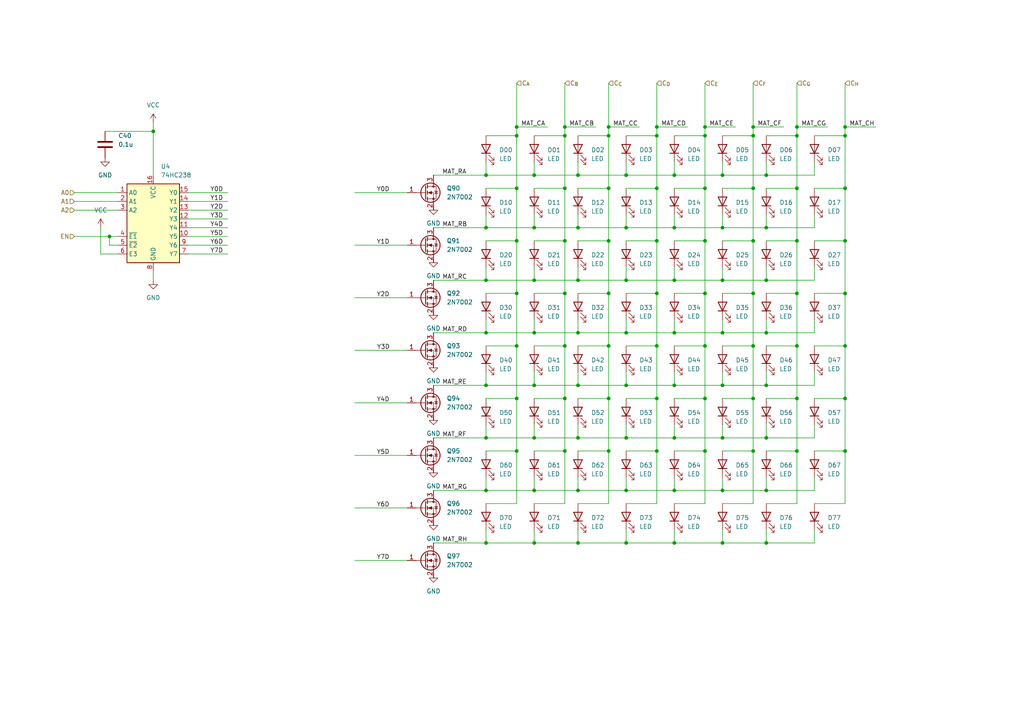
<source format=kicad_sch>
(kicad_sch (version 20231120) (generator "eeschema") (generator_version "8.0")
  (paper "A4")
  (lib_symbols
    (symbol "74xx:74HC238"
      (property "Reference" "U" (at -7.62 13.97 0))
      (property "Value" "74HC238" (at 2.54 -11.43 0))
      (symbol "74HC238_0_1"
        (rectangle (start -7.62 12.7) (end 7.62 -10.16) (stroke (width 0.254)) (fill (type background)))
      )
      (symbol "74HC238_1_1"
        (pin input line (at -10.16 10.16 0) (length 2.54) (name "A0") (number "1"))
        (pin output line (at 10.16 -2.54 180) (length 2.54) (name "Y5") (number "10"))
        (pin output line (at 10.16 0 180) (length 2.54) (name "Y4") (number "11"))
        (pin output line (at 10.16 2.54 180) (length 2.54) (name "Y3") (number "12"))
        (pin output line (at 10.16 5.08 180) (length 2.54) (name "Y2") (number "13"))
        (pin output line (at 10.16 7.62 180) (length 2.54) (name "Y1") (number "14"))
        (pin output line (at 10.16 10.16 180) (length 2.54) (name "Y0") (number "15"))
        (pin power_in line (at 0 15.24 270) (length 2.54) (name "VCC") (number "16"))
        (pin input line (at -10.16 7.62 0) (length 2.54) (name "A1") (number "2"))
        (pin input line (at -10.16 5.08 0) (length 2.54) (name "A2") (number "3"))
        (pin input line (at -10.16 -2.54 0) (length 2.54) (name "~{E1}") (number "4"))
        (pin input line (at -10.16 -5.08 0) (length 2.54) (name "~{E2}") (number "5"))
        (pin input line (at -10.16 -7.62 0) (length 2.54) (name "E3") (number "6"))
        (pin output line (at 10.16 -7.62 180) (length 2.54) (name "Y7") (number "7"))
        (pin power_in line (at 0 -12.7 90) (length 2.54) (name "GND") (number "8"))
        (pin output line (at 10.16 -5.08 180) (length 2.54) (name "Y6") (number "9"))
      )
    )
    (symbol "Device:C" (pin_numbers hide) (pin_names (offset 0.254))
      (property "Reference" "C" (at 0.635 2.54 0))
      (property "Value" "C" (at 0.635 -2.54 0))
      (symbol "C_0_1"
        (polyline (pts (xy -2.032 -0.762) (xy 2.032 -0.762)) (stroke (width 0.508)))
        (polyline (pts (xy -2.032 0.762) (xy 2.032 0.762)) (stroke (width 0.508)))
      )
      (symbol "C_1_1"
        (pin passive line (at 0 3.81 270) (length 2.794) (name "~") (number "1"))
        (pin passive line (at 0 -3.81 90) (length 2.794) (name "~") (number "2"))
      )
    )
    (symbol "Device:LED" (pin_numbers hide) (pin_names (offset 1.016) hide)
      (property "Reference" "D" (at 0 2.54 0))
      (property "Value" "LED" (at 0 -2.54 0))
      (symbol "LED_0_1"
        (polyline (pts (xy -1.27 -1.27) (xy -1.27 1.27)) (stroke (width 0.254)))
        (polyline (pts (xy -1.27 0) (xy 1.27 0)))
        (polyline (pts (xy 1.27 -1.27) (xy 1.27 1.27) (xy -1.27 0) (xy 1.27 -1.27)) (stroke (width 0.254)))
        (polyline (pts (xy -3.048 -0.762) (xy -4.572 -2.286) (xy -3.81 -2.286) (xy -4.572 -2.286) (xy -4.572 -1.524)))
        (polyline (pts (xy -1.778 -0.762) (xy -3.302 -2.286) (xy -2.54 -2.286) (xy -3.302 -2.286) (xy -3.302 -1.524)))
      )
      (symbol "LED_1_1"
        (pin passive line (at -3.81 0 0) (length 2.54) (name "K") (number "1"))
        (pin passive line (at 3.81 0 180) (length 2.54) (name "A") (number "2"))
      )
    )
    (symbol "Transistor_FET:2N7002" (pin_names hide)
      (property "Reference" "Q" (at 5.08 1.905 0))
      (property "Value" "2N7002" (at 5.08 0 0))
      (symbol "2N7002_0_1"
        (polyline (pts (xy 0.254 0) (xy -2.54 0)))
        (polyline (pts (xy 0.254 1.905) (xy 0.254 -1.905)) (stroke (width 0.254)))
        (polyline (pts (xy 0.762 -1.27) (xy 0.762 -2.286)) (stroke (width 0.254)))
        (polyline (pts (xy 0.762 0.508) (xy 0.762 -0.508)) (stroke (width 0.254)))
        (polyline (pts (xy 0.762 2.286) (xy 0.762 1.27)) (stroke (width 0.254)))
        (polyline (pts (xy 2.54 2.54) (xy 2.54 1.778)))
        (polyline (pts (xy 2.54 -2.54) (xy 2.54 0) (xy 0.762 0)))
        (polyline (pts (xy 0.762 -1.778) (xy 3.302 -1.778) (xy 3.302 1.778) (xy 0.762 1.778)))
        (polyline (pts (xy 1.016 0) (xy 2.032 0.381) (xy 2.032 -0.381) (xy 1.016 0)) (fill (type outline)))
        (polyline (pts (xy 2.794 0.508) (xy 2.921 0.381) (xy 3.683 0.381) (xy 3.81 0.254)))
        (polyline (pts (xy 3.302 0.381) (xy 2.921 -0.254) (xy 3.683 -0.254) (xy 3.302 0.381)))
        (circle (center 1.651 0) (radius 2.794) (stroke (width 0.254)))
        (circle (center 2.54 -1.778) (radius 0.254) (fill (type outline)))
        (circle (center 2.54 1.778) (radius 0.254) (fill (type outline)))
      )
      (symbol "2N7002_1_1"
        (pin input line (at -5.08 0 0) (length 2.54) (name "G") (number "1"))
        (pin passive line (at 2.54 -5.08 90) (length 2.54) (name "S") (number "2"))
        (pin passive line (at 2.54 5.08 270) (length 2.54) (name "D") (number "3"))
      )
    )
    (symbol "power:GND" (power) (pin_names (offset 0))
      (property "Value" "GND" (at 0 -3.81 0))
      (symbol "GND_0_1"
        (polyline (pts (xy 0 0) (xy 0 -1.27) (xy 1.27 -1.27) (xy 0 -2.54) (xy -1.27 -1.27) (xy 0 -1.27)))
      )
      (symbol "GND_1_1"
        (pin power_in line (at 0 0 270) (length 0) hide (name "GND") (number "1"))
      )
    )
    (symbol "power:VCC" (power) (pin_names (offset 0))
      (property "Value" "VCC" (at 0 3.81 0))
      (symbol "VCC_0_1"
        (polyline (pts (xy -0.762 1.27) (xy 0 2.54)))
        (polyline (pts (xy 0 0) (xy 0 2.54)))
        (polyline (pts (xy 0 2.54) (xy 0.762 1.27)))
      )
      (symbol "VCC_1_1"
        (pin power_in line (at 0 0 90) (length 0) hide (name "VCC") (number "1"))
      )
    )
  )
  (junction (at 140.97 111.76))
  (junction (at 209.55 142.24))
  (junction (at 190.5 85.09))
  (junction (at 181.61 50.8))
  (junction (at 245.11 54.61))
  (junction (at 181.61 142.24))
  (junction (at 195.58 157.48))
  (junction (at 190.5 115.57))
  (junction (at 218.44 100.33))
  (junction (at 218.44 36.83))
  (junction (at 204.47 115.57))
  (junction (at 231.14 130.81))
  (junction (at 149.86 36.83))
  (junction (at 204.47 130.81))
  (junction (at 190.5 130.81))
  (junction (at 209.55 111.76))
  (junction (at 204.47 54.61))
  (junction (at 176.53 54.61))
  (junction (at 167.64 96.52))
  (junction (at 190.5 54.61))
  (junction (at 245.11 85.09))
  (junction (at 231.14 36.83))
  (junction (at 140.97 157.48))
  (junction (at 176.53 85.09))
  (junction (at 204.47 36.83))
  (junction (at 222.25 66.04))
  (junction (at 176.53 36.83))
  (junction (at 222.25 157.48))
  (junction (at 195.58 50.8))
  (junction (at 163.83 100.33))
  (junction (at 222.25 81.28))
  (junction (at 231.14 39.37))
  (junction (at 163.83 85.09))
  (junction (at 245.11 100.33))
  (junction (at 167.64 127))
  (junction (at 163.83 36.83))
  (junction (at 154.94 66.04))
  (junction (at 154.94 142.24))
  (junction (at 176.53 100.33))
  (junction (at 218.44 115.57))
  (junction (at 140.97 96.52))
  (junction (at 222.25 111.76))
  (junction (at 245.11 115.57))
  (junction (at 140.97 50.8))
  (junction (at 31.75 68.58))
  (junction (at 176.53 39.37))
  (junction (at 163.83 54.61))
  (junction (at 218.44 130.81))
  (junction (at 222.25 96.52))
  (junction (at 163.83 39.37))
  (junction (at 218.44 54.61))
  (junction (at 231.14 69.85))
  (junction (at 149.86 130.81))
  (junction (at 209.55 157.48))
  (junction (at 140.97 66.04))
  (junction (at 204.47 85.09))
  (junction (at 245.11 130.81))
  (junction (at 209.55 81.28))
  (junction (at 163.83 69.85))
  (junction (at 140.97 81.28))
  (junction (at 222.25 142.24))
  (junction (at 176.53 69.85))
  (junction (at 231.14 115.57))
  (junction (at 176.53 130.81))
  (junction (at 195.58 81.28))
  (junction (at 209.55 66.04))
  (junction (at 195.58 127))
  (junction (at 167.64 81.28))
  (junction (at 154.94 157.48))
  (junction (at 218.44 39.37))
  (junction (at 181.61 157.48))
  (junction (at 245.11 36.83))
  (junction (at 154.94 50.8))
  (junction (at 204.47 69.85))
  (junction (at 222.25 50.8))
  (junction (at 154.94 111.76))
  (junction (at 209.55 50.8))
  (junction (at 231.14 54.61))
  (junction (at 149.86 100.33))
  (junction (at 181.61 96.52))
  (junction (at 195.58 66.04))
  (junction (at 154.94 81.28))
  (junction (at 149.86 39.37))
  (junction (at 149.86 69.85))
  (junction (at 154.94 96.52))
  (junction (at 181.61 81.28))
  (junction (at 231.14 100.33))
  (junction (at 190.5 100.33))
  (junction (at 190.5 39.37))
  (junction (at 167.64 111.76))
  (junction (at 195.58 142.24))
  (junction (at 149.86 115.57))
  (junction (at 154.94 127))
  (junction (at 204.47 39.37))
  (junction (at 190.5 36.83))
  (junction (at 149.86 54.61))
  (junction (at 209.55 96.52))
  (junction (at 140.97 142.24))
  (junction (at 218.44 85.09))
  (junction (at 44.45 38.1))
  (junction (at 218.44 69.85))
  (junction (at 195.58 96.52))
  (junction (at 149.86 85.09))
  (junction (at 245.11 69.85))
  (junction (at 190.5 69.85))
  (junction (at 181.61 66.04))
  (junction (at 167.64 142.24))
  (junction (at 245.11 39.37))
  (junction (at 167.64 157.48))
  (junction (at 140.97 127))
  (junction (at 204.47 100.33))
  (junction (at 163.83 115.57))
  (junction (at 231.14 85.09))
  (junction (at 167.64 66.04))
  (junction (at 176.53 115.57))
  (junction (at 163.83 130.81))
  (junction (at 195.58 111.76))
  (junction (at 181.61 111.76))
  (junction (at 181.61 127))
  (junction (at 209.55 127))
  (junction (at 167.64 50.8))
  (junction (at 222.25 127))
  (wire (pts (xy 209.55 50.8) (xy 222.25 50.8)))
  (wire (pts (xy 167.64 115.57) (xy 176.53 115.57)))
  (wire (pts (xy 231.14 36.83) (xy 231.14 39.37)))
  (wire (pts (xy 195.58 157.48) (xy 209.55 157.48)))
  (wire (pts (xy 154.94 81.28) (xy 167.64 81.28)))
  (wire (pts (xy 245.11 54.61) (xy 245.11 69.85)))
  (wire (pts (xy 54.61 60.96) (xy 66.04 60.96)))
  (wire (pts (xy 190.5 100.33) (xy 190.5 115.57)))
  (wire (pts (xy 154.94 92.71) (xy 154.94 96.52)))
  (wire (pts (xy 231.14 130.81) (xy 231.14 146.05)))
  (wire (pts (xy 218.44 24.13) (xy 218.44 36.83)))
  (wire (pts (xy 245.11 146.05) (xy 236.22 146.05)))
  (wire (pts (xy 125.73 66.04) (xy 140.97 66.04)))
  (wire (pts (xy 181.61 39.37) (xy 190.5 39.37)))
  (wire (pts (xy 176.53 36.83) (xy 185.42 36.83)))
  (wire (pts (xy 163.83 39.37) (xy 163.83 54.61)))
  (wire (pts (xy 167.64 142.24) (xy 181.61 142.24)))
  (wire (pts (xy 154.94 138.43) (xy 154.94 142.24)))
  (wire (pts (xy 29.21 73.66) (xy 34.29 73.66)))
  (wire (pts (xy 190.5 36.83) (xy 199.39 36.83)))
  (wire (pts (xy 195.58 50.8) (xy 209.55 50.8)))
  (wire (pts (xy 190.5 54.61) (xy 190.5 69.85)))
  (wire (pts (xy 195.58 115.57) (xy 204.47 115.57)))
  (wire (pts (xy 209.55 157.48) (xy 222.25 157.48)))
  (wire (pts (xy 102.87 116.84) (xy 118.11 116.84)))
  (wire (pts (xy 204.47 69.85) (xy 204.47 85.09)))
  (wire (pts (xy 190.5 69.85) (xy 190.5 85.09)))
  (wire (pts (xy 140.97 81.28) (xy 154.94 81.28)))
  (wire (pts (xy 154.94 142.24) (xy 167.64 142.24)))
  (wire (pts (xy 167.64 153.67) (xy 167.64 157.48)))
  (wire (pts (xy 195.58 107.95) (xy 195.58 111.76)))
  (wire (pts (xy 231.14 24.13) (xy 231.14 36.83)))
  (wire (pts (xy 236.22 115.57) (xy 245.11 115.57)))
  (wire (pts (xy 181.61 130.81) (xy 190.5 130.81)))
  (wire (pts (xy 167.64 66.04) (xy 181.61 66.04)))
  (wire (pts (xy 231.14 100.33) (xy 231.14 115.57)))
  (wire (pts (xy 149.86 115.57) (xy 149.86 130.81)))
  (wire (pts (xy 163.83 115.57) (xy 163.83 130.81)))
  (wire (pts (xy 204.47 36.83) (xy 213.36 36.83)))
  (wire (pts (xy 218.44 115.57) (xy 218.44 130.81)))
  (wire (pts (xy 125.73 74.93) (xy 125.73 76.2)))
  (wire (pts (xy 125.73 50.8) (xy 140.97 50.8)))
  (wire (pts (xy 154.94 123.19) (xy 154.94 127)))
  (wire (pts (xy 195.58 69.85) (xy 204.47 69.85)))
  (wire (pts (xy 245.11 24.13) (xy 245.11 36.83)))
  (wire (pts (xy 102.87 71.12) (xy 118.11 71.12)))
  (wire (pts (xy 222.25 107.95) (xy 222.25 111.76)))
  (wire (pts (xy 218.44 146.05) (xy 209.55 146.05)))
  (wire (pts (xy 209.55 66.04) (xy 222.25 66.04)))
  (wire (pts (xy 181.61 66.04) (xy 195.58 66.04)))
  (wire (pts (xy 236.22 69.85) (xy 245.11 69.85)))
  (wire (pts (xy 140.97 111.76) (xy 154.94 111.76)))
  (wire (pts (xy 149.86 36.83) (xy 158.75 36.83)))
  (wire (pts (xy 154.94 100.33) (xy 163.83 100.33)))
  (wire (pts (xy 222.25 66.04) (xy 236.22 66.04)))
  (wire (pts (xy 236.22 39.37) (xy 245.11 39.37)))
  (wire (pts (xy 209.55 77.47) (xy 209.55 81.28)))
  (wire (pts (xy 245.11 130.81) (xy 245.11 146.05)))
  (wire (pts (xy 231.14 85.09) (xy 231.14 100.33)))
  (wire (pts (xy 236.22 157.48) (xy 236.22 153.67)))
  (wire (pts (xy 181.61 62.23) (xy 181.61 66.04)))
  (wire (pts (xy 222.25 153.67) (xy 222.25 157.48)))
  (wire (pts (xy 195.58 96.52) (xy 209.55 96.52)))
  (wire (pts (xy 209.55 62.23) (xy 209.55 66.04)))
  (wire (pts (xy 195.58 92.71) (xy 195.58 96.52)))
  (wire (pts (xy 102.87 162.56) (xy 118.11 162.56)))
  (wire (pts (xy 125.73 142.24) (xy 140.97 142.24)))
  (wire (pts (xy 31.75 68.58) (xy 31.75 71.12)))
  (wire (pts (xy 154.94 39.37) (xy 163.83 39.37)))
  (wire (pts (xy 102.87 132.08) (xy 118.11 132.08)))
  (wire (pts (xy 167.64 69.85) (xy 176.53 69.85)))
  (wire (pts (xy 222.25 69.85) (xy 231.14 69.85)))
  (wire (pts (xy 154.94 62.23) (xy 154.94 66.04)))
  (wire (pts (xy 30.48 38.1) (xy 44.45 38.1)))
  (wire (pts (xy 167.64 96.52) (xy 181.61 96.52)))
  (wire (pts (xy 195.58 66.04) (xy 209.55 66.04)))
  (wire (pts (xy 163.83 24.13) (xy 163.83 36.83)))
  (wire (pts (xy 245.11 39.37) (xy 245.11 54.61)))
  (wire (pts (xy 204.47 85.09) (xy 204.47 100.33)))
  (wire (pts (xy 245.11 115.57) (xy 245.11 130.81)))
  (wire (pts (xy 167.64 50.8) (xy 181.61 50.8)))
  (wire (pts (xy 218.44 69.85) (xy 218.44 85.09)))
  (wire (pts (xy 154.94 111.76) (xy 167.64 111.76)))
  (wire (pts (xy 140.97 153.67) (xy 140.97 157.48)))
  (wire (pts (xy 54.61 66.04) (xy 66.04 66.04)))
  (wire (pts (xy 44.45 78.74) (xy 44.45 81.28)))
  (wire (pts (xy 29.21 66.04) (xy 29.21 73.66)))
  (wire (pts (xy 176.53 85.09) (xy 176.53 100.33)))
  (wire (pts (xy 140.97 39.37) (xy 149.86 39.37)))
  (wire (pts (xy 209.55 127) (xy 222.25 127)))
  (wire (pts (xy 176.53 146.05) (xy 167.64 146.05)))
  (wire (pts (xy 167.64 54.61) (xy 176.53 54.61)))
  (wire (pts (xy 102.87 86.36) (xy 118.11 86.36)))
  (wire (pts (xy 154.94 96.52) (xy 167.64 96.52)))
  (wire (pts (xy 209.55 54.61) (xy 218.44 54.61)))
  (wire (pts (xy 163.83 54.61) (xy 163.83 69.85)))
  (wire (pts (xy 204.47 36.83) (xy 204.47 39.37)))
  (wire (pts (xy 195.58 100.33) (xy 204.47 100.33)))
  (wire (pts (xy 195.58 81.28) (xy 209.55 81.28)))
  (wire (pts (xy 149.86 54.61) (xy 149.86 69.85)))
  (wire (pts (xy 181.61 157.48) (xy 195.58 157.48)))
  (wire (pts (xy 231.14 146.05) (xy 222.25 146.05)))
  (wire (pts (xy 181.61 54.61) (xy 190.5 54.61)))
  (wire (pts (xy 167.64 123.19) (xy 167.64 127)))
  (wire (pts (xy 54.61 58.42) (xy 66.04 58.42)))
  (wire (pts (xy 209.55 81.28) (xy 222.25 81.28)))
  (wire (pts (xy 167.64 127) (xy 181.61 127)))
  (wire (pts (xy 140.97 77.47) (xy 140.97 81.28)))
  (wire (pts (xy 209.55 100.33) (xy 218.44 100.33)))
  (wire (pts (xy 140.97 100.33) (xy 149.86 100.33)))
  (wire (pts (xy 140.97 138.43) (xy 140.97 142.24)))
  (wire (pts (xy 195.58 130.81) (xy 204.47 130.81)))
  (wire (pts (xy 54.61 71.12) (xy 66.04 71.12)))
  (wire (pts (xy 181.61 115.57) (xy 190.5 115.57)))
  (wire (pts (xy 167.64 85.09) (xy 176.53 85.09)))
  (wire (pts (xy 181.61 69.85) (xy 190.5 69.85)))
  (wire (pts (xy 209.55 153.67) (xy 209.55 157.48)))
  (wire (pts (xy 218.44 39.37) (xy 218.44 54.61)))
  (wire (pts (xy 140.97 62.23) (xy 140.97 66.04)))
  (wire (pts (xy 167.64 81.28) (xy 181.61 81.28)))
  (wire (pts (xy 181.61 77.47) (xy 181.61 81.28)))
  (wire (pts (xy 218.44 130.81) (xy 218.44 146.05)))
  (wire (pts (xy 140.97 107.95) (xy 140.97 111.76)))
  (wire (pts (xy 167.64 46.99) (xy 167.64 50.8)))
  (wire (pts (xy 102.87 55.88) (xy 118.11 55.88)))
  (wire (pts (xy 125.73 127) (xy 140.97 127)))
  (wire (pts (xy 176.53 115.57) (xy 176.53 130.81)))
  (wire (pts (xy 236.22 96.52) (xy 236.22 92.71)))
  (wire (pts (xy 140.97 142.24) (xy 154.94 142.24)))
  (wire (pts (xy 140.97 130.81) (xy 149.86 130.81)))
  (wire (pts (xy 209.55 138.43) (xy 209.55 142.24)))
  (wire (pts (xy 176.53 54.61) (xy 176.53 69.85)))
  (wire (pts (xy 222.25 62.23) (xy 222.25 66.04)))
  (wire (pts (xy 167.64 157.48) (xy 181.61 157.48)))
  (wire (pts (xy 34.29 68.58) (xy 31.75 68.58)))
  (wire (pts (xy 222.25 130.81) (xy 231.14 130.81)))
  (wire (pts (xy 167.64 111.76) (xy 181.61 111.76)))
  (wire (pts (xy 102.87 101.6) (xy 118.11 101.6)))
  (wire (pts (xy 209.55 85.09) (xy 218.44 85.09)))
  (wire (pts (xy 195.58 127) (xy 209.55 127)))
  (wire (pts (xy 163.83 146.05) (xy 154.94 146.05)))
  (wire (pts (xy 149.86 36.83) (xy 149.86 39.37)))
  (wire (pts (xy 140.97 85.09) (xy 149.86 85.09)))
  (wire (pts (xy 204.47 39.37) (xy 204.47 54.61)))
  (wire (pts (xy 222.25 127) (xy 236.22 127)))
  (wire (pts (xy 181.61 92.71) (xy 181.61 96.52)))
  (wire (pts (xy 245.11 36.83) (xy 254 36.83)))
  (wire (pts (xy 167.64 100.33) (xy 176.53 100.33)))
  (wire (pts (xy 163.83 36.83) (xy 163.83 39.37)))
  (wire (pts (xy 222.25 111.76) (xy 236.22 111.76)))
  (wire (pts (xy 222.25 54.61) (xy 231.14 54.61)))
  (wire (pts (xy 209.55 107.95) (xy 209.55 111.76)))
  (wire (pts (xy 222.25 142.24) (xy 236.22 142.24)))
  (wire (pts (xy 154.94 153.67) (xy 154.94 157.48)))
  (wire (pts (xy 209.55 96.52) (xy 222.25 96.52)))
  (wire (pts (xy 195.58 123.19) (xy 195.58 127)))
  (wire (pts (xy 195.58 111.76) (xy 209.55 111.76)))
  (wire (pts (xy 236.22 81.28) (xy 236.22 77.47)))
  (wire (pts (xy 21.59 68.58) (xy 31.75 68.58)))
  (wire (pts (xy 190.5 24.13) (xy 190.5 36.83)))
  (wire (pts (xy 154.94 115.57) (xy 163.83 115.57)))
  (wire (pts (xy 140.97 54.61) (xy 149.86 54.61)))
  (wire (pts (xy 181.61 96.52) (xy 195.58 96.52)))
  (wire (pts (xy 209.55 46.99) (xy 209.55 50.8)))
  (wire (pts (xy 21.59 55.88) (xy 34.29 55.88)))
  (wire (pts (xy 149.86 69.85) (xy 149.86 85.09)))
  (wire (pts (xy 181.61 153.67) (xy 181.61 157.48)))
  (wire (pts (xy 181.61 127) (xy 195.58 127)))
  (wire (pts (xy 236.22 127) (xy 236.22 123.19)))
  (wire (pts (xy 222.25 92.71) (xy 222.25 96.52)))
  (wire (pts (xy 190.5 130.81) (xy 190.5 146.05)))
  (wire (pts (xy 195.58 62.23) (xy 195.58 66.04)))
  (wire (pts (xy 44.45 35.56) (xy 44.45 38.1)))
  (wire (pts (xy 167.64 92.71) (xy 167.64 96.52)))
  (wire (pts (xy 125.73 135.89) (xy 125.73 137.16)))
  (wire (pts (xy 167.64 62.23) (xy 167.64 66.04)))
  (wire (pts (xy 181.61 111.76) (xy 195.58 111.76)))
  (wire (pts (xy 176.53 36.83) (xy 176.53 39.37)))
  (wire (pts (xy 190.5 85.09) (xy 190.5 100.33)))
  (wire (pts (xy 140.97 127) (xy 154.94 127)))
  (wire (pts (xy 140.97 46.99) (xy 140.97 50.8)))
  (wire (pts (xy 21.59 58.42) (xy 34.29 58.42)))
  (wire (pts (xy 181.61 107.95) (xy 181.61 111.76)))
  (wire (pts (xy 222.25 100.33) (xy 231.14 100.33)))
  (wire (pts (xy 218.44 36.83) (xy 218.44 39.37)))
  (wire (pts (xy 236.22 100.33) (xy 245.11 100.33)))
  (wire (pts (xy 167.64 130.81) (xy 176.53 130.81)))
  (wire (pts (xy 125.73 96.52) (xy 140.97 96.52)))
  (wire (pts (xy 154.94 127) (xy 167.64 127)))
  (wire (pts (xy 195.58 39.37) (xy 204.47 39.37)))
  (wire (pts (xy 125.73 59.69) (xy 125.73 60.96)))
  (wire (pts (xy 245.11 100.33) (xy 245.11 115.57)))
  (wire (pts (xy 125.73 81.28) (xy 140.97 81.28)))
  (wire (pts (xy 125.73 120.65) (xy 125.73 121.92)))
  (wire (pts (xy 167.64 39.37) (xy 176.53 39.37)))
  (wire (pts (xy 204.47 146.05) (xy 195.58 146.05)))
  (wire (pts (xy 176.53 130.81) (xy 176.53 146.05)))
  (wire (pts (xy 222.25 123.19) (xy 222.25 127)))
  (wire (pts (xy 163.83 85.09) (xy 163.83 100.33)))
  (wire (pts (xy 154.94 157.48) (xy 167.64 157.48)))
  (wire (pts (xy 222.25 157.48) (xy 236.22 157.48)))
  (wire (pts (xy 163.83 69.85) (xy 163.83 85.09)))
  (wire (pts (xy 190.5 39.37) (xy 190.5 54.61)))
  (wire (pts (xy 167.64 138.43) (xy 167.64 142.24)))
  (wire (pts (xy 231.14 39.37) (xy 231.14 54.61)))
  (wire (pts (xy 209.55 142.24) (xy 222.25 142.24)))
  (wire (pts (xy 54.61 55.88) (xy 66.04 55.88)))
  (wire (pts (xy 54.61 63.5) (xy 66.04 63.5)))
  (wire (pts (xy 140.97 66.04) (xy 154.94 66.04)))
  (wire (pts (xy 195.58 46.99) (xy 195.58 50.8)))
  (wire (pts (xy 204.47 130.81) (xy 204.47 146.05)))
  (wire (pts (xy 181.61 123.19) (xy 181.61 127)))
  (wire (pts (xy 209.55 39.37) (xy 218.44 39.37)))
  (wire (pts (xy 218.44 54.61) (xy 218.44 69.85)))
  (wire (pts (xy 149.86 39.37) (xy 149.86 54.61)))
  (wire (pts (xy 209.55 115.57) (xy 218.44 115.57)))
  (wire (pts (xy 218.44 100.33) (xy 218.44 115.57)))
  (wire (pts (xy 195.58 142.24) (xy 209.55 142.24)))
  (wire (pts (xy 209.55 130.81) (xy 218.44 130.81)))
  (wire (pts (xy 195.58 77.47) (xy 195.58 81.28)))
  (wire (pts (xy 209.55 69.85) (xy 218.44 69.85)))
  (wire (pts (xy 181.61 142.24) (xy 195.58 142.24)))
  (wire (pts (xy 125.73 151.13) (xy 125.73 152.4)))
  (wire (pts (xy 236.22 50.8) (xy 236.22 46.99)))
  (wire (pts (xy 222.25 50.8) (xy 236.22 50.8)))
  (wire (pts (xy 209.55 123.19) (xy 209.55 127)))
  (wire (pts (xy 190.5 115.57) (xy 190.5 130.81)))
  (wire (pts (xy 222.25 138.43) (xy 222.25 142.24)))
  (wire (pts (xy 44.45 38.1) (xy 44.45 50.8)))
  (wire (pts (xy 149.86 100.33) (xy 149.86 115.57)))
  (wire (pts (xy 190.5 146.05) (xy 181.61 146.05)))
  (wire (pts (xy 195.58 153.67) (xy 195.58 157.48)))
  (wire (pts (xy 222.25 81.28) (xy 236.22 81.28)))
  (wire (pts (xy 149.86 130.81) (xy 149.86 146.05)))
  (wire (pts (xy 125.73 157.48) (xy 140.97 157.48)))
  (wire (pts (xy 236.22 142.24) (xy 236.22 138.43)))
  (wire (pts (xy 102.87 147.32) (xy 118.11 147.32)))
  (wire (pts (xy 167.64 107.95) (xy 167.64 111.76)))
  (wire (pts (xy 204.47 24.13) (xy 204.47 36.83)))
  (wire (pts (xy 163.83 100.33) (xy 163.83 115.57)))
  (wire (pts (xy 236.22 111.76) (xy 236.22 107.95)))
  (wire (pts (xy 140.97 96.52) (xy 154.94 96.52)))
  (wire (pts (xy 140.97 50.8) (xy 154.94 50.8)))
  (wire (pts (xy 140.97 115.57) (xy 149.86 115.57)))
  (wire (pts (xy 21.59 60.96) (xy 34.29 60.96)))
  (wire (pts (xy 154.94 107.95) (xy 154.94 111.76)))
  (wire (pts (xy 218.44 36.83) (xy 227.33 36.83)))
  (wire (pts (xy 209.55 92.71) (xy 209.55 96.52)))
  (wire (pts (xy 181.61 50.8) (xy 195.58 50.8)))
  (wire (pts (xy 204.47 54.61) (xy 204.47 69.85)))
  (wire (pts (xy 236.22 85.09) (xy 245.11 85.09)))
  (wire (pts (xy 140.97 69.85) (xy 149.86 69.85)))
  (wire (pts (xy 163.83 36.83) (xy 172.72 36.83)))
  (wire (pts (xy 195.58 85.09) (xy 204.47 85.09)))
  (wire (pts (xy 154.94 54.61) (xy 163.83 54.61)))
  (wire (pts (xy 154.94 50.8) (xy 167.64 50.8)))
  (wire (pts (xy 222.25 96.52) (xy 236.22 96.52)))
  (wire (pts (xy 149.86 85.09) (xy 149.86 100.33)))
  (wire (pts (xy 154.94 130.81) (xy 163.83 130.81)))
  (wire (pts (xy 222.25 85.09) (xy 231.14 85.09)))
  (wire (pts (xy 236.22 66.04) (xy 236.22 62.23)))
  (wire (pts (xy 245.11 69.85) (xy 245.11 85.09)))
  (wire (pts (xy 190.5 36.83) (xy 190.5 39.37)))
  (wire (pts (xy 31.75 71.12) (xy 34.29 71.12)))
  (wire (pts (xy 181.61 138.43) (xy 181.61 142.24)))
  (wire (pts (xy 154.94 69.85) (xy 163.83 69.85)))
  (wire (pts (xy 195.58 54.61) (xy 204.47 54.61)))
  (wire (pts (xy 54.61 68.58) (xy 66.04 68.58)))
  (wire (pts (xy 149.86 146.05) (xy 140.97 146.05)))
  (wire (pts (xy 231.14 36.83) (xy 240.03 36.83)))
  (wire (pts (xy 231.14 54.61) (xy 231.14 69.85)))
  (wire (pts (xy 154.94 77.47) (xy 154.94 81.28)))
  (wire (pts (xy 140.97 157.48) (xy 154.94 157.48)))
  (wire (pts (xy 236.22 54.61) (xy 245.11 54.61)))
  (wire (pts (xy 231.14 115.57) (xy 231.14 130.81)))
  (wire (pts (xy 163.83 130.81) (xy 163.83 146.05)))
  (wire (pts (xy 125.73 90.17) (xy 125.73 91.44)))
  (wire (pts (xy 181.61 100.33) (xy 190.5 100.33)))
  (wire (pts (xy 204.47 100.33) (xy 204.47 115.57)))
  (wire (pts (xy 195.58 138.43) (xy 195.58 142.24)))
  (wire (pts (xy 176.53 24.13) (xy 176.53 36.83)))
  (wire (pts (xy 222.25 46.99) (xy 222.25 50.8)))
  (wire (pts (xy 222.25 77.47) (xy 222.25 81.28)))
  (wire (pts (xy 154.94 46.99) (xy 154.94 50.8)))
  (wire (pts (xy 176.53 39.37) (xy 176.53 54.61)))
  (wire (pts (xy 245.11 36.83) (xy 245.11 39.37)))
  (wire (pts (xy 181.61 85.09) (xy 190.5 85.09)))
  (wire (pts (xy 181.61 46.99) (xy 181.61 50.8)))
  (wire (pts (xy 140.97 123.19) (xy 140.97 127)))
  (wire (pts (xy 167.64 77.47) (xy 167.64 81.28)))
  (wire (pts (xy 125.73 166.37) (xy 125.73 167.64)))
  (wire (pts (xy 176.53 69.85) (xy 176.53 85.09)))
  (wire (pts (xy 204.47 115.57) (xy 204.47 130.81)))
  (wire (pts (xy 176.53 100.33) (xy 176.53 115.57)))
  (wire (pts (xy 154.94 66.04) (xy 167.64 66.04)))
  (wire (pts (xy 54.61 73.66) (xy 66.04 73.66)))
  (wire (pts (xy 149.86 24.13) (xy 149.86 36.83)))
  (wire (pts (xy 222.25 115.57) (xy 231.14 115.57)))
  (wire (pts (xy 181.61 81.28) (xy 195.58 81.28)))
  (wire (pts (xy 125.73 105.41) (xy 125.73 106.68)))
  (wire (pts (xy 140.97 92.71) (xy 140.97 96.52)))
  (wire (pts (xy 231.14 69.85) (xy 231.14 85.09)))
  (wire (pts (xy 154.94 85.09) (xy 163.83 85.09)))
  (wire (pts (xy 209.55 111.76) (xy 222.25 111.76)))
  (wire (pts (xy 218.44 85.09) (xy 218.44 100.33)))
  (wire (pts (xy 236.22 130.81) (xy 245.11 130.81)))
  (wire (pts (xy 222.25 39.37) (xy 231.14 39.37)))
  (wire (pts (xy 245.11 85.09) (xy 245.11 100.33)))
  (wire (pts (xy 125.73 111.76) (xy 140.97 111.76)))
  (label "Y7D" (at 60.96 73.66 0))
  (label "MAT_CG" (at 232.41 36.83 0))
  (label "MAT_RE" (at 128.27 111.76 0))
  (label "Y3D" (at 60.96 63.5 0))
  (label "MAT_RG" (at 128.27 142.24 0))
  (label "MAT_RC" (at 128.27 81.28 0))
  (label "MAT_RH" (at 128.27 157.48 0))
  (label "Y5D" (at 60.96 68.58 0))
  (label "MAT_CF" (at 219.71 36.83 0))
  (label "Y7D" (at 109.22 162.56 0))
  (label "MAT_CH" (at 246.38 36.83 0))
  (label "MAT_RD" (at 128.27 96.52 0))
  (label "Y1D" (at 109.22 71.12 0))
  (label "Y4D" (at 60.96 66.04 0))
  (label "Y2D" (at 60.96 60.96 0))
  (label "MAT_CE" (at 205.74 36.83 0))
  (label "Y5D" (at 109.22 132.08 0))
  (label "Y3D" (at 109.3057 101.6 0))
  (label "Y2D" (at 109.22 86.36 0))
  (label "MAT_RB" (at 128.27 66.04 0))
  (label "Y6D" (at 109.22 147.32 0))
  (label "Y0D" (at 109.22 55.88 0))
  (label "Y1D" (at 60.96 58.42 0))
  (label "MAT_RA" (at 128.27 50.8 0))
  (label "Y0D" (at 60.96 55.88 0))
  (label "MAT_CD" (at 191.77 36.83 0))
  (label "Y6D" (at 60.96 71.12 0))
  (label "MAT_RF" (at 128.27 127 0))
  (label "MAT_CB" (at 165.1 36.83 0))
  (label "Y4D" (at 109.22 116.84 0))
  (label "MAT_CA" (at 151.13 36.83 0))
  (label "MAT_CC" (at 177.8 36.83 0))
  (hierarchical_label "C_{D}" (shape input) (at 190.5 24.13 0))
  (hierarchical_label "EN" (shape input) (at 21.59 68.58 180))
  (hierarchical_label "C_{H}" (shape input) (at 245.11 24.13 0))
  (hierarchical_label "C_{C}" (shape input) (at 176.53 24.13 0))
  (hierarchical_label "A1" (shape input) (at 21.59 58.42 180))
  (hierarchical_label "C_{A}" (shape input) (at 149.86 24.13 0))
  (hierarchical_label "C_{G}" (shape input) (at 231.14 24.13 0))
  (hierarchical_label "C_{B}" (shape input) (at 163.83 24.13 0))
  (hierarchical_label "C_{E}" (shape input) (at 204.47 24.13 0))
  (hierarchical_label "A0" (shape input) (at 21.59 55.88 180))
  (hierarchical_label "A2" (shape input) (at 21.59 60.96 180))
  (hierarchical_label "C_{F}" (shape input) (at 218.44 24.13 0))
  (symbol (lib_id "Device:LED") (at 222.25 149.86 90) (unit 1)
    (property "Reference" "D76" (at 226.06 150.1775 90) (effects (justify right)))
    (property "Value" "LED" (at 226.06 152.7175 90) (effects (justify right)))
    (property "Footprint" "LED_SMD:LED_0402_1005Metric_Pad0.77x0.64mm_HandSolder" (effects (hide yes)))
  )
  (symbol (lib_id "power:GND") (at 125.73 166.37 0) (unit 1)
    (property "Reference" "#PWR019" (effects (hide yes)))
    (property "Value" "GND" (at 125.73 171.45 0))
  )
  (symbol (lib_id "Device:LED") (at 140.97 73.66 90) (unit 1)
    (property "Reference" "D20" (at 144.78 73.9775 90) (effects (justify right)))
    (property "Value" "LED" (at 144.78 76.5175 90) (effects (justify right)))
    (property "Footprint" "LED_SMD:LED_0402_1005Metric_Pad0.77x0.64mm_HandSolder" (effects (hide yes)))
  )
  (symbol (lib_id "Device:LED") (at 167.64 58.42 90) (unit 1)
    (property "Reference" "D12" (at 171.45 58.7375 90) (effects (justify right)))
    (property "Value" "LED" (at 171.45 61.2775 90) (effects (justify right)))
    (property "Footprint" "LED_SMD:LED_0402_1005Metric_Pad0.77x0.64mm_HandSolder" (effects (hide yes)))
  )
  (symbol (lib_id "Device:LED") (at 181.61 73.66 90) (unit 1)
    (property "Reference" "D23" (at 185.42 73.9775 90) (effects (justify right)))
    (property "Value" "LED" (at 185.42 76.5175 90) (effects (justify right)))
    (property "Footprint" "LED_SMD:LED_0402_1005Metric_Pad0.77x0.64mm_HandSolder" (effects (hide yes)))
  )
  (symbol (lib_id "Device:LED") (at 222.25 73.66 90) (unit 1)
    (property "Reference" "D26" (at 226.06 73.9775 90) (effects (justify right)))
    (property "Value" "LED" (at 226.06 76.5175 90) (effects (justify right)))
    (property "Footprint" "LED_SMD:LED_0402_1005Metric_Pad0.77x0.64mm_HandSolder" (effects (hide yes)))
  )
  (symbol (lib_id "Transistor_FET:2N7002") (at 123.19 71.12 0) (unit 1)
    (property "Reference" "Q91" (at 129.54 69.8499 0) (effects (justify left)))
    (property "Value" "2N7002" (at 129.54 72.3899 0) (effects (justify left)))
    (property "Footprint" "Package_TO_SOT_SMD:SOT-23" (effects (hide yes)))
    (property "Datasheet" "https://www.onsemi.com/pub/Collateral/NDS7002A-D.PDF" (effects (hide yes)))
  )
  (symbol (lib_id "Device:LED") (at 140.97 119.38 90) (unit 1)
    (property "Reference" "D50" (at 144.78 119.6975 90) (effects (justify right)))
    (property "Value" "LED" (at 144.78 122.2375 90) (effects (justify right)))
    (property "Footprint" "LED_SMD:LED_0402_1005Metric_Pad0.77x0.64mm_HandSolder" (effects (hide yes)))
  )
  (symbol (lib_id "Device:LED") (at 236.22 43.18 90) (unit 1)
    (property "Reference" "D07" (at 240.03 43.4974 90) (effects (justify right)))
    (property "Value" "LED" (at 240.03 46.0374 90) (effects (justify right)))
    (property "Footprint" "LED_SMD:LED_0402_1005Metric_Pad0.77x0.64mm_HandSolder" (effects (hide yes)))
  )
  (symbol (lib_id "Device:LED") (at 181.61 58.42 90) (unit 1)
    (property "Reference" "D13" (at 185.42 58.7375 90) (effects (justify right)))
    (property "Value" "LED" (at 185.42 61.2775 90) (effects (justify right)))
    (property "Footprint" "LED_SMD:LED_0402_1005Metric_Pad0.77x0.64mm_HandSolder" (effects (hide yes)))
  )
  (symbol (lib_id "Device:C") (at 30.48 41.91 0) (unit 1)
    (property "Reference" "C40" (at 34.29 39.37 0) (effects (justify left)))
    (property "Value" "0.1u" (at 34.29 41.91 0) (effects (justify left)))
    (property "Footprint" "Capacitor_SMD:C_0402_1005Metric_Pad0.74x0.62mm_HandSolder" (effects (hide yes)))
  )
  (symbol (lib_id "Transistor_FET:2N7002") (at 123.19 132.08 0) (unit 1)
    (property "Reference" "Q95" (at 129.54 130.8099 0) (effects (justify left)))
    (property "Value" "2N7002" (at 129.54 133.3499 0) (effects (justify left)))
    (property "Footprint" "Package_TO_SOT_SMD:SOT-23" (effects (hide yes)))
    (property "Datasheet" "https://www.onsemi.com/pub/Collateral/NDS7002A-D.PDF" (effects (hide yes)))
  )
  (symbol (lib_id "power:GND") (at 30.48 45.72 0) (unit 1)
    (property "Reference" "#PWR040" (effects (hide yes)))
    (property "Value" "GND" (at 30.48 50.8 0))
  )
  (symbol (lib_id "Device:LED") (at 209.55 58.42 90) (unit 1)
    (property "Reference" "D15" (at 213.36 58.7375 90) (effects (justify right)))
    (property "Value" "LED" (at 213.36 61.2775 90) (effects (justify right)))
    (property "Footprint" "LED_SMD:LED_0402_1005Metric_Pad0.77x0.64mm_HandSolder" (effects (hide yes)))
  )
  (symbol (lib_id "Device:LED") (at 195.58 134.62 90) (unit 1)
    (property "Reference" "D64" (at 199.39 134.9375 90) (effects (justify right)))
    (property "Value" "LED" (at 199.39 137.4775 90) (effects (justify right)))
    (property "Footprint" "LED_SMD:LED_0402_1005Metric_Pad0.77x0.64mm_HandSolder" (effects (hide yes)))
  )
  (symbol (lib_id "Device:LED") (at 236.22 149.86 90) (unit 1)
    (property "Reference" "D77" (at 240.03 150.1775 90) (effects (justify right)))
    (property "Value" "LED" (at 240.03 152.7175 90) (effects (justify right)))
    (property "Footprint" "LED_SMD:LED_0402_1005Metric_Pad0.77x0.64mm_HandSolder" (effects (hide yes)))
  )
  (symbol (lib_id "Device:LED") (at 209.55 88.9 90) (unit 1)
    (property "Reference" "D35" (at 213.36 89.2175 90) (effects (justify right)))
    (property "Value" "LED" (at 213.36 91.7575 90) (effects (justify right)))
    (property "Footprint" "LED_SMD:LED_0402_1005Metric_Pad0.77x0.64mm_HandSolder" (effects (hide yes)))
  )
  (symbol (lib_id "Device:LED") (at 154.94 88.9 90) (unit 1)
    (property "Reference" "D31" (at 158.75 89.2175 90) (effects (justify right)))
    (property "Value" "LED" (at 158.75 91.7575 90) (effects (justify right)))
    (property "Footprint" "LED_SMD:LED_0402_1005Metric_Pad0.77x0.64mm_HandSolder" (effects (hide yes)))
  )
  (symbol (lib_id "Device:LED") (at 236.22 104.14 90) (unit 1)
    (property "Reference" "D47" (at 240.03 104.4575 90) (effects (justify right)))
    (property "Value" "LED" (at 240.03 106.9975 90) (effects (justify right)))
    (property "Footprint" "LED_SMD:LED_0402_1005Metric_Pad0.77x0.64mm_HandSolder" (effects (hide yes)))
  )
  (symbol (lib_id "Device:LED") (at 140.97 58.42 90) (unit 1)
    (property "Reference" "D10" (at 144.78 58.7375 90) (effects (justify right)))
    (property "Value" "LED" (at 144.78 61.2775 90) (effects (justify right)))
    (property "Footprint" "LED_SMD:LED_0402_1005Metric_Pad0.77x0.64mm_HandSolder" (effects (hide yes)))
  )
  (symbol (lib_id "Device:LED") (at 195.58 104.14 90) (unit 1)
    (property "Reference" "D44" (at 199.39 104.4575 90) (effects (justify right)))
    (property "Value" "LED" (at 199.39 106.9975 90) (effects (justify right)))
    (property "Footprint" "LED_SMD:LED_0402_1005Metric_Pad0.77x0.64mm_HandSolder" (effects (hide yes)))
  )
  (symbol (lib_id "Transistor_FET:2N7002") (at 123.19 116.84 0) (unit 1)
    (property "Reference" "Q94" (at 129.54 115.5699 0) (effects (justify left)))
    (property "Value" "2N7002" (at 129.54 118.1099 0) (effects (justify left)))
    (property "Footprint" "Package_TO_SOT_SMD:SOT-23" (effects (hide yes)))
    (property "Datasheet" "https://www.onsemi.com/pub/Collateral/NDS7002A-D.PDF" (effects (hide yes)))
  )
  (symbol (lib_id "Device:LED") (at 167.64 119.38 90) (unit 1)
    (property "Reference" "D52" (at 171.45 119.6975 90) (effects (justify right)))
    (property "Value" "LED" (at 171.45 122.2375 90) (effects (justify right)))
    (property "Footprint" "LED_SMD:LED_0402_1005Metric_Pad0.77x0.64mm_HandSolder" (effects (hide yes)))
  )
  (symbol (lib_id "Device:LED") (at 140.97 134.62 90) (unit 1)
    (property "Reference" "D60" (at 144.78 134.9375 90) (effects (justify right)))
    (property "Value" "LED" (at 144.78 137.4775 90) (effects (justify right)))
    (property "Footprint" "LED_SMD:LED_0402_1005Metric_Pad0.77x0.64mm_HandSolder" (effects (hide yes)))
  )
  (symbol (lib_id "Device:LED") (at 195.58 88.9 90) (unit 1)
    (property "Reference" "D34" (at 199.39 89.2175 90) (effects (justify right)))
    (property "Value" "LED" (at 199.39 91.7575 90) (effects (justify right)))
    (property "Footprint" "LED_SMD:LED_0402_1005Metric_Pad0.77x0.64mm_HandSolder" (effects (hide yes)))
  )
  (symbol (lib_id "Device:LED") (at 167.64 43.18 90) (unit 1)
    (property "Reference" "D02" (at 171.45 43.4974 90) (effects (justify right)))
    (property "Value" "LED" (at 171.45 46.0374 90) (effects (justify right)))
    (property "Footprint" "LED_SMD:LED_0402_1005Metric_Pad0.77x0.64mm_HandSolder" (effects (hide yes)))
  )
  (symbol (lib_id "Device:LED") (at 222.25 119.38 90) (unit 1)
    (property "Reference" "D56" (at 226.06 119.6975 90) (effects (justify right)))
    (property "Value" "LED" (at 226.06 122.2375 90) (effects (justify right)))
    (property "Footprint" "LED_SMD:LED_0402_1005Metric_Pad0.77x0.64mm_HandSolder" (effects (hide yes)))
  )
  (symbol (lib_id "Transistor_FET:2N7002") (at 123.19 147.32 0) (unit 1)
    (property "Reference" "Q96" (at 129.54 146.0499 0) (effects (justify left)))
    (property "Value" "2N7002" (at 129.54 148.5899 0) (effects (justify left)))
    (property "Footprint" "Package_TO_SOT_SMD:SOT-23" (effects (hide yes)))
    (property "Datasheet" "https://www.onsemi.com/pub/Collateral/NDS7002A-D.PDF" (effects (hide yes)))
  )
  (symbol (lib_id "Device:LED") (at 181.61 134.62 90) (unit 1)
    (property "Reference" "D63" (at 185.42 134.9375 90) (effects (justify right)))
    (property "Value" "LED" (at 185.42 137.4775 90) (effects (justify right)))
    (property "Footprint" "LED_SMD:LED_0402_1005Metric_Pad0.77x0.64mm_HandSolder" (effects (hide yes)))
  )
  (symbol (lib_id "Transistor_FET:2N7002") (at 123.19 55.88 0) (unit 1)
    (property "Reference" "Q90" (at 129.54 54.6099 0) (effects (justify left)))
    (property "Value" "2N7002" (at 129.54 57.1499 0) (effects (justify left)))
    (property "Footprint" "Package_TO_SOT_SMD:SOT-23" (effects (hide yes)))
    (property "Datasheet" "https://www.onsemi.com/pub/Collateral/NDS7002A-D.PDF" (effects (hide yes)))
  )
  (symbol (lib_id "Device:LED") (at 209.55 104.14 90) (unit 1)
    (property "Reference" "D45" (at 213.36 104.4575 90) (effects (justify right)))
    (property "Value" "LED" (at 213.36 106.9975 90) (effects (justify right)))
    (property "Footprint" "LED_SMD:LED_0402_1005Metric_Pad0.77x0.64mm_HandSolder" (effects (hide yes)))
  )
  (symbol (lib_id "Device:LED") (at 154.94 149.86 90) (unit 1)
    (property "Reference" "D71" (at 158.75 150.1775 90) (effects (justify right)))
    (property "Value" "LED" (at 158.75 152.7175 90) (effects (justify right)))
    (property "Footprint" "LED_SMD:LED_0402_1005Metric_Pad0.77x0.64mm_HandSolder" (effects (hide yes)))
  )
  (symbol (lib_id "Transistor_FET:2N7002") (at 123.19 86.36 0) (unit 1)
    (property "Reference" "Q92" (at 129.54 85.0899 0) (effects (justify left)))
    (property "Value" "2N7002" (at 129.54 87.6299 0) (effects (justify left)))
    (property "Footprint" "Package_TO_SOT_SMD:SOT-23" (effects (hide yes)))
    (property "Datasheet" "https://www.onsemi.com/pub/Collateral/NDS7002A-D.PDF" (effects (hide yes)))
  )
  (symbol (lib_id "Device:LED") (at 236.22 88.9 90) (unit 1)
    (property "Reference" "D37" (at 240.03 89.2175 90) (effects (justify right)))
    (property "Value" "LED" (at 240.03 91.7575 90) (effects (justify right)))
    (property "Footprint" "LED_SMD:LED_0402_1005Metric_Pad0.77x0.64mm_HandSolder" (effects (hide yes)))
  )
  (symbol (lib_id "Device:LED") (at 222.25 43.18 90) (unit 1)
    (property "Reference" "D06" (at 226.06 43.4974 90) (effects (justify right)))
    (property "Value" "LED" (at 226.06 46.0374 90) (effects (justify right)))
    (property "Footprint" "LED_SMD:LED_0402_1005Metric_Pad0.77x0.64mm_HandSolder" (effects (hide yes)))
  )
  (symbol (lib_id "Device:LED") (at 222.25 58.42 90) (unit 1)
    (property "Reference" "D16" (at 226.06 58.7375 90) (effects (justify right)))
    (property "Value" "LED" (at 226.06 61.2775 90) (effects (justify right)))
    (property "Footprint" "LED_SMD:LED_0402_1005Metric_Pad0.77x0.64mm_HandSolder" (effects (hide yes)))
  )
  (symbol (lib_id "Device:LED") (at 154.94 58.42 90) (unit 1)
    (property "Reference" "D11" (at 158.75 58.7375 90) (effects (justify right)))
    (property "Value" "LED" (at 158.75 61.2775 90) (effects (justify right)))
    (property "Footprint" "LED_SMD:LED_0402_1005Metric_Pad0.77x0.64mm_HandSolder" (effects (hide yes)))
  )
  (symbol (lib_id "Device:LED") (at 209.55 43.18 90) (unit 1)
    (property "Reference" "D05" (at 213.36 43.4974 90) (effects (justify right)))
    (property "Value" "LED" (at 213.36 46.0374 90) (effects (justify right)))
    (property "Footprint" "LED_SMD:LED_0402_1005Metric_Pad0.77x0.64mm_HandSolder" (effects (hide yes)))
  )
  (symbol (lib_id "Device:LED") (at 181.61 43.18 90) (unit 1)
    (property "Reference" "D03" (at 185.42 43.4974 90) (effects (justify right)))
    (property "Value" "LED" (at 185.42 46.0374 90) (effects (justify right)))
    (property "Footprint" "LED_SMD:LED_0402_1005Metric_Pad0.77x0.64mm_HandSolder" (effects (hide yes)))
  )
  (symbol (lib_id "Device:LED") (at 209.55 73.66 90) (unit 1)
    (property "Reference" "D25" (at 213.36 73.9775 90) (effects (justify right)))
    (property "Value" "LED" (at 213.36 76.5175 90) (effects (justify right)))
    (property "Footprint" "LED_SMD:LED_0402_1005Metric_Pad0.77x0.64mm_HandSolder" (effects (hide yes)))
  )
  (symbol (lib_id "Device:LED") (at 236.22 58.42 90) (unit 1)
    (property "Reference" "D17" (at 240.03 58.7375 90) (effects (justify right)))
    (property "Value" "LED" (at 240.03 61.2775 90) (effects (justify right)))
    (property "Footprint" "LED_SMD:LED_0402_1005Metric_Pad0.77x0.64mm_HandSolder" (effects (hide yes)))
  )
  (symbol (lib_id "Device:LED") (at 154.94 43.18 90) (unit 1)
    (property "Reference" "D01" (at 158.75 43.4974 90) (effects (justify right)))
    (property "Value" "LED" (at 158.75 46.0374 90) (effects (justify right)))
    (property "Footprint" "LED_SMD:LED_0402_1005Metric_Pad0.77x0.64mm_HandSolder" (effects (hide yes)))
  )
  (symbol (lib_id "power:GND") (at 125.73 105.41 0) (unit 1)
    (property "Reference" "#PWR015" (effects (hide yes)))
    (property "Value" "GND" (at 125.73 110.49 0))
  )
  (symbol (lib_id "Device:LED") (at 154.94 119.38 90) (unit 1)
    (property "Reference" "D51" (at 158.75 119.6975 90) (effects (justify right)))
    (property "Value" "LED" (at 158.75 122.2375 90) (effects (justify right)))
    (property "Footprint" "LED_SMD:LED_0402_1005Metric_Pad0.77x0.64mm_HandSolder" (effects (hide yes)))
  )
  (symbol (lib_id "Device:LED") (at 181.61 88.9 90) (unit 1)
    (property "Reference" "D33" (at 185.42 89.2175 90) (effects (justify right)))
    (property "Value" "LED" (at 185.42 91.7575 90) (effects (justify right)))
    (property "Footprint" "LED_SMD:LED_0402_1005Metric_Pad0.77x0.64mm_HandSolder" (effects (hide yes)))
  )
  (symbol (lib_id "power:GND") (at 125.73 151.13 0) (unit 1)
    (property "Reference" "#PWR018" (effects (hide yes)))
    (property "Value" "GND" (at 125.73 156.21 0))
  )
  (symbol (lib_id "Device:LED") (at 167.64 88.9 90) (unit 1)
    (property "Reference" "D32" (at 171.45 89.2175 90) (effects (justify right)))
    (property "Value" "LED" (at 171.45 91.7575 90) (effects (justify right)))
    (property "Footprint" "LED_SMD:LED_0402_1005Metric_Pad0.77x0.64mm_HandSolder" (effects (hide yes)))
  )
  (symbol (lib_id "Device:LED") (at 154.94 73.66 90) (unit 1)
    (property "Reference" "D21" (at 158.75 73.9775 90) (effects (justify right)))
    (property "Value" "LED" (at 158.75 76.5175 90) (effects (justify right)))
    (property "Footprint" "LED_SMD:LED_0402_1005Metric_Pad0.77x0.64mm_HandSolder" (effects (hide yes)))
  )
  (symbol (lib_id "74xx:74HC238") (at 44.45 66.04 0) (unit 1)
    (property "Reference" "U4" (at 46.6441 48.26 0) (effects (justify left)))
    (property "Value" "74HC238" (at 46.6441 50.8 0) (effects (justify left)))
    (property "Footprint" "Package_SO:SOP-16_3.9x9.9mm_P1.27mm" (effects (hide yes)))
    (property "Datasheet" "https://www.ti.com/lit/ds/symlink/cd74hc238.pdf" (effects (hide yes)))
  )
  (symbol (lib_id "power:VCC") (at 44.45 35.56 0) (unit 1)
    (property "Reference" "#PWR0109" (effects (hide yes)))
    (property "Value" "VCC" (at 44.45 30.48 0))
  )
  (symbol (lib_id "Device:LED") (at 167.64 73.66 90) (unit 1)
    (property "Reference" "D22" (at 171.45 73.9775 90) (effects (justify right)))
    (property "Value" "LED" (at 171.45 76.5175 90) (effects (justify right)))
    (property "Footprint" "LED_SMD:LED_0402_1005Metric_Pad0.77x0.64mm_HandSolder" (effects (hide yes)))
  )
  (symbol (lib_id "power:GND") (at 125.73 74.93 0) (unit 1)
    (property "Reference" "#PWR013" (effects (hide yes)))
    (property "Value" "GND" (at 125.73 80.01 0))
  )
  (symbol (lib_id "Device:LED") (at 236.22 119.38 90) (unit 1)
    (property "Reference" "D57" (at 240.03 119.6975 90) (effects (justify right)))
    (property "Value" "LED" (at 240.03 122.2375 90) (effects (justify right)))
    (property "Footprint" "LED_SMD:LED_0402_1005Metric_Pad0.77x0.64mm_HandSolder" (effects (hide yes)))
  )
  (symbol (lib_id "power:GND") (at 44.45 81.28 0) (unit 1)
    (property "Reference" "#PWR03" (effects (hide yes)))
    (property "Value" "GND" (at 44.45 86.36 0))
  )
  (symbol (lib_id "power:GND") (at 125.73 59.69 0) (unit 1)
    (property "Reference" "#PWR012" (effects (hide yes)))
    (property "Value" "GND" (at 125.73 64.77 0))
  )
  (symbol (lib_id "Device:LED") (at 167.64 104.14 90) (unit 1)
    (property "Reference" "D42" (at 171.45 104.4575 90) (effects (justify right)))
    (property "Value" "LED" (at 171.45 106.9975 90) (effects (justify right)))
    (property "Footprint" "LED_SMD:LED_0402_1005Metric_Pad0.77x0.64mm_HandSolder" (effects (hide yes)))
  )
  (symbol (lib_id "Transistor_FET:2N7002") (at 123.19 101.6 0) (unit 1)
    (property "Reference" "Q93" (at 129.54 100.3299 0) (effects (justify left)))
    (property "Value" "2N7002" (at 129.54 102.8699 0) (effects (justify left)))
    (property "Footprint" "Package_TO_SOT_SMD:SOT-23" (effects (hide yes)))
    (property "Datasheet" "https://www.onsemi.com/pub/Collateral/NDS7002A-D.PDF" (effects (hide yes)))
  )
  (symbol (lib_id "Device:LED") (at 209.55 149.86 90) (unit 1)
    (property "Reference" "D75" (at 213.36 150.1775 90) (effects (justify right)))
    (property "Value" "LED" (at 213.36 152.7175 90) (effects (justify right)))
    (property "Footprint" "LED_SMD:LED_0402_1005Metric_Pad0.77x0.64mm_HandSolder" (effects (hide yes)))
  )
  (symbol (lib_id "power:GND") (at 125.73 135.89 0) (unit 1)
    (property "Reference" "#PWR017" (effects (hide yes)))
    (property "Value" "GND" (at 125.73 140.97 0))
  )
  (symbol (lib_id "Device:LED") (at 195.58 119.38 90) (unit 1)
    (property "Reference" "D54" (at 199.39 119.6975 90) (effects (justify right)))
    (property "Value" "LED" (at 199.39 122.2375 90) (effects (justify right)))
    (property "Footprint" "LED_SMD:LED_0402_1005Metric_Pad0.77x0.64mm_HandSolder" (effects (hide yes)))
  )
  (symbol (lib_id "Device:LED") (at 209.55 134.62 90) (unit 1)
    (property "Reference" "D65" (at 213.36 134.9375 90) (effects (justify right)))
    (property "Value" "LED" (at 213.36 137.4775 90) (effects (justify right)))
    (property "Footprint" "LED_SMD:LED_0402_1005Metric_Pad0.77x0.64mm_HandSolder" (effects (hide yes)))
  )
  (symbol (lib_id "Device:LED") (at 222.25 104.14 90) (unit 1)
    (property "Reference" "D46" (at 226.06 104.4575 90) (effects (justify right)))
    (property "Value" "LED" (at 226.06 106.9975 90) (effects (justify right)))
    (property "Footprint" "LED_SMD:LED_0402_1005Metric_Pad0.77x0.64mm_HandSolder" (effects (hide yes)))
  )
  (symbol (lib_id "Device:LED") (at 154.94 104.14 90) (unit 1)
    (property "Reference" "D41" (at 158.75 104.4575 90) (effects (justify right)))
    (property "Value" "LED" (at 158.75 106.9975 90) (effects (justify right)))
    (property "Footprint" "LED_SMD:LED_0402_1005Metric_Pad0.77x0.64mm_HandSolder" (effects (hide yes)))
  )
  (symbol (lib_id "Device:LED") (at 195.58 73.66 90) (unit 1)
    (property "Reference" "D24" (at 199.39 73.9775 90) (effects (justify right)))
    (property "Value" "LED" (at 199.39 76.5175 90) (effects (justify right)))
    (property "Footprint" "LED_SMD:LED_0402_1005Metric_Pad0.77x0.64mm_HandSolder" (effects (hide yes)))
  )
  (symbol (lib_id "Device:LED") (at 181.61 149.86 90) (unit 1)
    (property "Reference" "D73" (at 185.42 150.1775 90) (effects (justify right)))
    (property "Value" "LED" (at 185.42 152.7175 90) (effects (justify right)))
    (property "Footprint" "LED_SMD:LED_0402_1005Metric_Pad0.77x0.64mm_HandSolder" (effects (hide yes)))
  )
  (symbol (lib_id "Device:LED") (at 222.25 134.62 90) (unit 1)
    (property "Reference" "D66" (at 226.06 134.9375 90) (effects (justify right)))
    (property "Value" "LED" (at 226.06 137.4775 90) (effects (justify right)))
    (property "Footprint" "LED_SMD:LED_0402_1005Metric_Pad0.77x0.64mm_HandSolder" (effects (hide yes)))
  )
  (symbol (lib_id "Device:LED") (at 140.97 43.18 90) (unit 1)
    (property "Reference" "D00" (at 144.78 43.4974 90) (effects (justify right)))
    (property "Value" "LED" (at 144.78 46.0374 90) (effects (justify right)))
    (property "Footprint" "LED_SMD:LED_0402_1005Metric_Pad0.77x0.64mm_HandSolder" (effects (hide yes)))
  )
  (symbol (lib_id "Device:LED") (at 167.64 134.62 90) (unit 1)
    (property "Reference" "D62" (at 171.45 134.9375 90) (effects (justify right)))
    (property "Value" "LED" (at 171.45 137.4775 90) (effects (justify right)))
    (property "Footprint" "LED_SMD:LED_0402_1005Metric_Pad0.77x0.64mm_HandSolder" (effects (hide yes)))
  )
  (symbol (lib_id "Device:LED") (at 167.64 149.86 90) (unit 1)
    (property "Reference" "D72" (at 171.45 150.1775 90) (effects (justify right)))
    (property "Value" "LED" (at 171.45 152.7175 90) (effects (justify right)))
    (property "Footprint" "LED_SMD:LED_0402_1005Metric_Pad0.77x0.64mm_HandSolder" (effects (hide yes)))
  )
  (symbol (lib_id "Device:LED") (at 140.97 149.86 90) (unit 1)
    (property "Reference" "D70" (at 144.78 150.1775 90) (effects (justify right)))
    (property "Value" "LED" (at 144.78 152.7175 90) (effects (justify right)))
    (property "Footprint" "LED_SMD:LED_0402_1005Metric_Pad0.77x0.64mm_HandSolder" (effects (hide yes)))
  )
  (symbol (lib_id "Device:LED") (at 236.22 134.62 90) (unit 1)
    (property "Reference" "D67" (at 240.03 134.9375 90) (effects (justify right)))
    (property "Value" "LED" (at 240.03 137.4775 90) (effects (justify right)))
    (property "Footprint" "LED_SMD:LED_0402_1005Metric_Pad0.77x0.64mm_HandSolder" (effects (hide yes)))
  )
  (symbol (lib_id "power:GND") (at 125.73 90.17 0) (unit 1)
    (property "Reference" "#PWR014" (effects (hide yes)))
    (property "Value" "GND" (at 125.73 95.25 0))
  )
  (symbol (lib_id "Device:LED") (at 154.94 134.62 90) (unit 1)
    (property "Reference" "D61" (at 158.75 134.9375 90) (effects (justify right)))
    (property "Value" "LED" (at 158.75 137.4775 90) (effects (justify right)))
    (property "Footprint" "LED_SMD:LED_0402_1005Metric_Pad0.77x0.64mm_HandSolder" (effects (hide yes)))
  )
  (symbol (lib_id "Device:LED") (at 140.97 104.14 90) (unit 1)
    (property "Reference" "D40" (at 144.78 104.4575 90) (effects (justify right)))
    (property "Value" "LED" (at 144.78 106.9975 90) (effects (justify right)))
    (property "Footprint" "LED_SMD:LED_0402_1005Metric_Pad0.77x0.64mm_HandSolder" (effects (hide yes)))
  )
  (symbol (lib_id "Device:LED") (at 236.22 73.66 90) (unit 1)
    (property "Reference" "D27" (at 240.03 73.9775 90) (effects (justify right)))
    (property "Value" "LED" (at 240.03 76.5175 90) (effects (justify right)))
    (property "Footprint" "LED_SMD:LED_0402_1005Metric_Pad0.77x0.64mm_HandSolder" (effects (hide yes)))
  )
  (symbol (lib_id "Device:LED") (at 195.58 43.18 90) (unit 1)
    (property "Reference" "D04" (at 199.39 43.4974 90) (effects (justify right)))
    (property "Value" "LED" (at 199.39 46.0374 90) (effects (justify right)))
    (property "Footprint" "LED_SMD:LED_0402_1005Metric_Pad0.77x0.64mm_HandSolder" (effects (hide yes)))
  )
  (symbol (lib_id "Device:LED") (at 181.61 119.38 90) (unit 1)
    (property "Reference" "D53" (at 185.42 119.6975 90) (effects (justify right)))
    (property "Value" "LED" (at 185.42 122.2375 90) (effects (justify right)))
    (property "Footprint" "LED_SMD:LED_0402_1005Metric_Pad0.77x0.64mm_HandSolder" (effects (hide yes)))
  )
  (symbol (lib_id "power:GND") (at 125.73 120.65 0) (unit 1)
    (property "Reference" "#PWR016" (effects (hide yes)))
    (property "Value" "GND" (at 125.73 125.73 0))
  )
  (symbol (lib_id "power:VCC") (at 29.21 66.04 0) (unit 1)
    (property "Reference" "#PWR046" (effects (hide yes)))
    (property "Value" "VCC" (at 29.21 60.96 0))
  )
  (symbol (lib_id "Device:LED") (at 181.61 104.14 90) (unit 1)
    (property "Reference" "D43" (at 185.42 104.4575 90) (effects (justify right)))
    (property "Value" "LED" (at 185.42 106.9975 90) (effects (justify right)))
    (property "Footprint" "LED_SMD:LED_0402_1005Metric_Pad0.77x0.64mm_HandSolder" (effects (hide yes)))
  )
  (symbol (lib_id "Device:LED") (at 209.55 119.38 90) (unit 1)
    (property "Reference" "D55" (at 213.36 119.6975 90) (effects (justify right)))
    (property "Value" "LED" (at 213.36 122.2375 90) (effects (justify right)))
    (property "Footprint" "LED_SMD:LED_0402_1005Metric_Pad0.77x0.64mm_HandSolder" (effects (hide yes)))
  )
  (symbol (lib_id "Device:LED") (at 195.58 149.86 90) (unit 1)
    (property "Reference" "D74" (at 199.39 150.1775 90) (effects (justify right)))
    (property "Value" "LED" (at 199.39 152.7175 90) (effects (justify right)))
    (property "Footprint" "LED_SMD:LED_0402_1005Metric_Pad0.77x0.64mm_HandSolder" (effects (hide yes)))
  )
  (symbol (lib_id "Device:LED") (at 195.58 58.42 90) (unit 1)
    (property "Reference" "D14" (at 199.39 58.7375 90) (effects (justify right)))
    (property "Value" "LED" (at 199.39 61.2775 90) (effects (justify right)))
    (property "Footprint" "LED_SMD:LED_0402_1005Metric_Pad0.77x0.64mm_HandSolder" (effects (hide yes)))
  )
  (symbol (lib_id "Transistor_FET:2N7002") (at 123.19 162.56 0) (unit 1)
    (property "Reference" "Q97" (at 129.54 161.2899 0) (effects (justify left)))
    (property "Value" "2N7002" (at 129.54 163.8299 0) (effects (justify left)))
    (property "Footprint" "Package_TO_SOT_SMD:SOT-23" (effects (hide yes)))
    (property "Datasheet" "https://www.onsemi.com/pub/Collateral/NDS7002A-D.PDF" (effects (hide yes)))
  )
  (symbol (lib_id "Device:LED") (at 222.25 88.9 90) (unit 1)
    (property "Reference" "D36" (at 226.06 89.2175 90) (effects (justify right)))
    (property "Value" "LED" (at 226.06 91.7575 90) (effects (justify right)))
    (property "Footprint" "LED_SMD:LED_0402_1005Metric_Pad0.77x0.64mm_HandSolder" (effects (hide yes)))
  )
  (symbol (lib_id "Device:LED") (at 140.97 88.9 90) (unit 1)
    (property "Reference" "D30" (at 144.78 89.2175 90) (effects (justify right)))
    (property "Value" "LED" (at 144.78 91.7575 90) (effects (justify right)))
    (property "Footprint" "LED_SMD:LED_0402_1005Metric_Pad0.77x0.64mm_HandSolder" (effects (hide yes)))
  )
)
</source>
